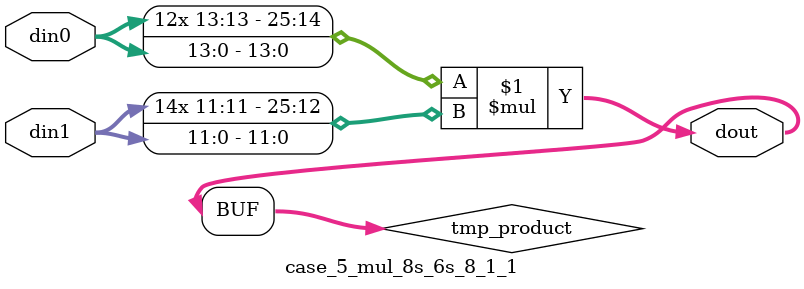
<source format=v>

`timescale 1 ns / 1 ps

 module case_5_mul_8s_6s_8_1_1(din0, din1, dout);
parameter ID = 1;
parameter NUM_STAGE = 0;
parameter din0_WIDTH = 14;
parameter din1_WIDTH = 12;
parameter dout_WIDTH = 26;

input [din0_WIDTH - 1 : 0] din0; 
input [din1_WIDTH - 1 : 0] din1; 
output [dout_WIDTH - 1 : 0] dout;

wire signed [dout_WIDTH - 1 : 0] tmp_product;



























assign tmp_product = $signed(din0) * $signed(din1);








assign dout = tmp_product;





















endmodule

</source>
